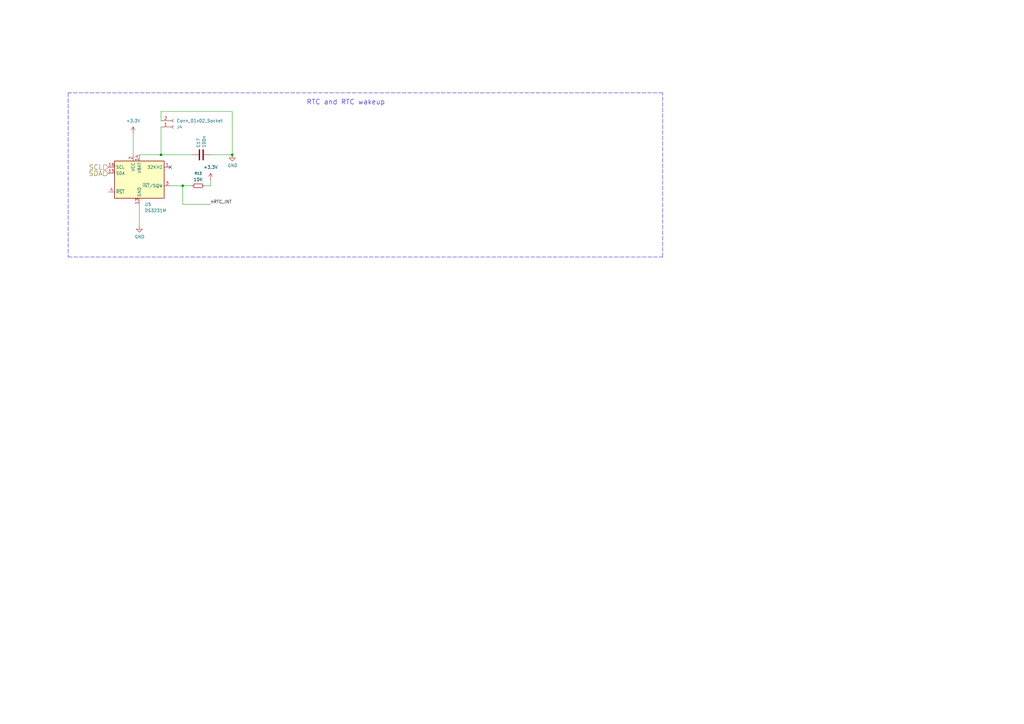
<source format=kicad_sch>
(kicad_sch (version 20250114) (generator "eeschema") (generator_version "9.0")
  (paper "A3")
  (title_block (title "Wall Panel") (date "2026-02-02") (rev "v0.3") (company "dotstar.tech") (comment 1 "designed by Grigorii Merkushev (aka brushknight)") (comment 2 "brushknight.com"))
  (lib_symbols
    (symbol "Connector:Conn_01x02_Socket" (pin_names (offset 1.016) (hide yes))
      (property "Reference" "J" (at 0 2.54 0))
      (property "Value" "Conn_01x02_Socket" (at 0 -5.08 0))
      (symbol "Conn_01x02_Socket_1_1"
        (polyline (pts (xy -1.27 0) (xy -0.508 0)) (stroke (width 0.1524)))
        (polyline (pts (xy -1.27 -2.54) (xy -0.508 -2.54)) (stroke (width 0.1524)))
        (arc (start 0 -0.508) (mid -0.5058 0) (end 0 0.508) (stroke (width 0.1524)))
        (arc (start 0 -3.048) (mid -0.5058 -2.54) (end 0 -2.032) (stroke (width 0.1524)))
        (pin passive line (at -5.08 0 0) (length 3.81) (name "Pin_1") (number "1"))
        (pin passive line (at -5.08 -2.54 0) (length 3.81) (name "Pin_2") (number "2"))
      )
    )
    (symbol "Device:C" (pin_numbers (hide yes)) (pin_names (offset 0.254))
      (property "Reference" "C" (at 0.635 2.54 0))
      (property "Value" "C" (at 0.635 -2.54 0))
      (symbol "C_0_1"
        (polyline (pts (xy -2.032 0.762) (xy 2.032 0.762)) (stroke (width 0.508)))
        (polyline (pts (xy -2.032 -0.762) (xy 2.032 -0.762)) (stroke (width 0.508)))
      )
      (symbol "C_1_1"
        (pin passive line (at 0 3.81 270) (length 2.794) (name "~") (number "1"))
        (pin passive line (at 0 -3.81 90) (length 2.794) (name "~") (number "2"))
      )
    )
    (symbol "Device:R_Small" (pin_numbers (hide yes)) (pin_names (offset 0.254) (hide yes))
      (property "Reference" "R" (at 0 0 90))
      (property "Value" "R_Small" (at 1.778 0 90))
      (symbol "R_Small_0_1"
        (rectangle (start -0.762 1.778) (end 0.762 -1.778) (stroke (width 0.2032)))
      )
      (symbol "R_Small_1_1"
        (pin passive line (at 0 2.54 270) (length 0.762) (name "~") (number "1"))
        (pin passive line (at 0 -2.54 90) (length 0.762) (name "~") (number "2"))
      )
    )
    (symbol "Timer_RTC:DS3231M"
      (property "Reference" "U" (at -7.62 8.89 0))
      (property "Value" "DS3231M" (at 10.16 8.89 0))
      (symbol "DS3231M_0_1"
        (rectangle (start -10.16 7.62) (end 10.16 -7.62) (stroke (width 0.254)) (fill (type background)))
      )
      (symbol "DS3231M_1_1"
        (pin input line (at -12.7 5.08 0) (length 2.54) (name "SCL") (number "16"))
        (pin bidirectional line (at -12.7 2.54 0) (length 2.54) (name "SDA") (number "15"))
        (pin bidirectional line (at -12.7 -5.08 0) (length 2.54) (name "~{RST}") (number "4"))
        (pin power_in line (at -2.54 10.16 270) (length 2.54) (name "VCC") (number "2"))
        (pin power_in line (at 0 10.16 270) (length 2.54) (name "VBAT") (number "14"))
        (pin passive line (at 0 -10.16 90) (length 2.54) (hide yes) (name "GND") (number "10"))
        (pin passive line (at 0 -10.16 90) (length 2.54) (hide yes) (name "GND") (number "11"))
        (pin passive line (at 0 -10.16 90) (length 2.54) (hide yes) (name "GND") (number "12"))
        (pin power_in line (at 0 -10.16 90) (length 2.54) (name "GND") (number "13"))
        (pin passive line (at 0 -10.16 90) (length 2.54) (hide yes) (name "GND") (number "5"))
        (pin passive line (at 0 -10.16 90) (length 2.54) (hide yes) (name "GND") (number "6"))
        (pin passive line (at 0 -10.16 90) (length 2.54) (hide yes) (name "GND") (number "7"))
        (pin passive line (at 0 -10.16 90) (length 2.54) (hide yes) (name "GND") (number "8"))
        (pin passive line (at 0 -10.16 90) (length 2.54) (hide yes) (name "GND") (number "9"))
        (pin open_collector line (at 12.7 5.08 180) (length 2.54) (name "32KHZ") (number "1"))
        (pin open_collector line (at 12.7 -2.54 180) (length 2.54) (name "~{INT}/SQW") (number "3"))
      )
    )
    (symbol "power:+3.3V" (power) (pin_numbers (hide yes)) (pin_names (offset 0) (hide yes))
      (property "Value" "+3.3V" (at 0 3.556 0))
      (symbol "+3.3V_0_1"
        (polyline (pts (xy -0.762 1.27) (xy 0 2.54)))
        (polyline (pts (xy 0 2.54) (xy 0.762 1.27)))
        (polyline (pts (xy 0 0) (xy 0 2.54)))
      )
      (symbol "+3.3V_1_1"
        (pin power_in line (at 0 0 90) (length 0) (name "~") (number "1"))
      )
    )
    (symbol "power:GND" (power) (pin_names (offset 0))
      (property "Value" "GND" (at 0 -3.81 0))
      (symbol "GND_0_1"
        (polyline (pts (xy 0 0) (xy 0 -1.27) (xy 1.27 -1.27) (xy 0 -2.54) (xy -1.27 -1.27) (xy 0 -1.27)))
      )
      (symbol "GND_1_1"
        (pin power_in line (at 0 0 270) (length 0) (hide yes) (name "GND") (number "1"))
      )
    )
  )
  (text "RTC and RTC wakeup" (at 125.73 43.18 0) (effects (font (size 2.0066 2.0066)) (justify left bottom)))
  (junction (at 74.93 76.2))
  (junction (at 95.25 63.5))
  (junction (at 66.04 63.5))
  (no_connect (at 69.85 68.58))
  (wire (pts (xy 74.93 76.2) (xy 74.93 83.82)))
  (wire (pts (xy 54.61 63.5) (xy 54.61 54.61)))
  (wire (pts (xy 66.04 45.72) (xy 66.04 49.53)))
  (wire (pts (xy 57.15 63.5) (xy 66.04 63.5)))
  (polyline (pts (xy 27.94 38.1) (xy 27.94 105.41)) (stroke (width 0) (type dash)))
  (wire (pts (xy 95.25 63.5) (xy 86.36 63.5)))
  (wire (pts (xy 57.15 83.82) (xy 57.15 92.71)))
  (wire (pts (xy 66.04 63.5) (xy 78.74 63.5)))
  (wire (pts (xy 66.04 45.72) (xy 95.25 45.72)))
  (wire (pts (xy 74.93 76.2) (xy 78.74 76.2)))
  (wire (pts (xy 95.25 45.72) (xy 95.25 63.5)))
  (wire (pts (xy 66.04 52.07) (xy 66.04 63.5)))
  (wire (pts (xy 74.93 83.82) (xy 86.36 83.82)))
  (wire (pts (xy 86.36 76.2) (xy 86.36 73.66)))
  (wire (pts (xy 69.85 76.2) (xy 74.93 76.2)))
  (polyline (pts (xy 27.94 105.41) (xy 271.78 105.41)) (stroke (width 0) (type dash)))
  (polyline (pts (xy 271.78 105.41) (xy 271.78 38.1)) (stroke (width 0) (type dash)))
  (polyline (pts (xy 271.78 38.1) (xy 27.94 38.1)) (stroke (width 0) (type dash)))
  (wire (pts (xy 83.82 76.2) (xy 86.36 76.2)))
  (label "nRTC_INT" (at 86.36 83.82 0))
  (hierarchical_label "SDA" (shape input) (at 44.45 71.12 180) (effects (font (size 2.0066 2.0066))))
  (hierarchical_label "SCL" (shape input) (at 44.45 68.58 180) (effects (font (size 2.0066 2.0066))))
  (symbol (lib_id "power:+3.3V") (at 86.36 73.66 0) (unit 1)
    (property "Reference" "#PWR070" (effects (hide yes)))
    (property "Value" "+3.3V" (at 86.36 68.58 0))
    (property "Description" "Power symbol creates a global label with name \"+3.3V\"" (effects (hide yes)))
  )
  (symbol (lib_id "power:+3.3V") (at 54.61 54.61 0) (unit 1)
    (property "Reference" "#PWR069" (effects (hide yes)))
    (property "Value" "+3.3V" (at 54.61 49.53 0))
    (property "Description" "Power symbol creates a global label with name \"+3.3V\"" (effects (hide yes)))
  )
  (symbol (lib_id "Device:C") (at 82.55 63.5 90) (unit 1)
    (property "Reference" "C17" (at 81.3816 60.579 0) (effects (justify left)))
    (property "Value" "100n" (at 83.693 60.579 0) (effects (justify left)))
    (property "Footprint" "Capacitor_SMD:C_0402_1005Metric" (effects (hide yes)))
    (property "Datasheet" "https://search.murata.co.jp/Ceramy/image/img/A01X/G101/ENG/GRM155R71C104KA88-01.pdf" (effects (hide yes)))
    (property "Field4" "Farnell" (effects (hide yes)))
    (property "Field5" "2611911" (effects (hide yes)))
    (property "Field6" "RM EMK105 B7104KV-F" (effects (hide yes)))
    (property "Field7" "TAIYO YUDEN EUROPE GMBH" (effects (hide yes)))
    (property "Part Description" "	0.1uF 10% 16V Ceramic Capacitor X7R 0402 (1005 Metric)" (effects (hide yes)))
    (property "Field8" "110091611" (effects (hide yes)))
    (property "LCSC" "C1525" (effects (hide yes)))
  )
  (symbol (lib_id "power:GND") (at 95.25 63.5 0) (unit 1)
    (property "Reference" "#PWR025" (effects (hide yes)))
    (property "Value" "GND" (at 95.377 67.8942 0))
  )
  (symbol (lib_id "power:GND") (at 57.15 92.71 0) (unit 1)
    (property "Reference" "#PWR024" (effects (hide yes)))
    (property "Value" "GND" (at 57.277 97.1042 0))
  )
  (symbol (lib_id "Timer_RTC:DS3231M") (at 57.15 73.66 0) (unit 1)
    (property "Reference" "U5" (at 59.2933 83.82 0) (effects (justify left)))
    (property "Value" "DS3231M" (at 59.2933 86.36 0) (effects (justify left)))
    (property "Footprint" "Package_SO:SOIC-16W_7.5x10.3mm_P1.27mm" (effects (hide yes)))
    (property "Datasheet" "http://datasheets.maximintegrated.com/en/ds/DS3231.pdf" (effects (hide yes)))
    (property "Description" "Extremely Accurate I2C-Integrated RTC/TCXO/Crystal SOIC-16" (effects (hide yes)))
    (property "LCSC" "C37663" (effects (hide yes)))
  )
  (symbol (lib_id "Connector:Conn_01x02_Socket") (at 71.12 52.07 0) (mirror x) (unit 1)
    (property "Reference" "J4" (at 72.39 52.0701 0) (effects (justify left)))
    (property "Value" "Conn_01x02_Socket" (at 72.39 49.5301 0) (effects (justify left)))
    (property "Footprint" "CONN02_533984002_MOL:CONN02_533984002_MOL" (effects (hide yes)))
    (property "Datasheet" "https://www.molex.com/en-us/products/part-detail-pdf/533984002?display=pdf" (effects (hide yes)))
    (property "Description" "Generic connector, single row, 01x02, script generated" (effects (hide yes)))
    (property "URL" "https://eu.mouser.com/ProductDetail/Molex/53398-4002?qs=iLbezkQI%252BsjNR44XnvA9PQ%3D%3D&srsltid=AfmBOorTWWap8qiFVUOD5P7LnDBaNxt2k6tC8Z0wXPSvf5gvXqJPTJfT" (effects (hide yes)))
    (property "LCSC" "C16076276" (effects (hide yes)))
  )
  (symbol (lib_id "Device:R_Small") (at 81.28 76.2 90) (unit 1)
    (property "Reference" "R13" (at 81.28 71.12 90) (effects (font (size 1.016 1.016))))
    (property "Value" "10K" (at 81.28 73.66 90))
    (property "Footprint" "Resistor_SMD:R_0402_1005Metric" (effects (hide yes)))
    (property "Description" "Resistor, small symbol" (effects (hide yes)))
    (property "LCSC" "C60490" (effects (hide yes)))
  )
)
</source>
